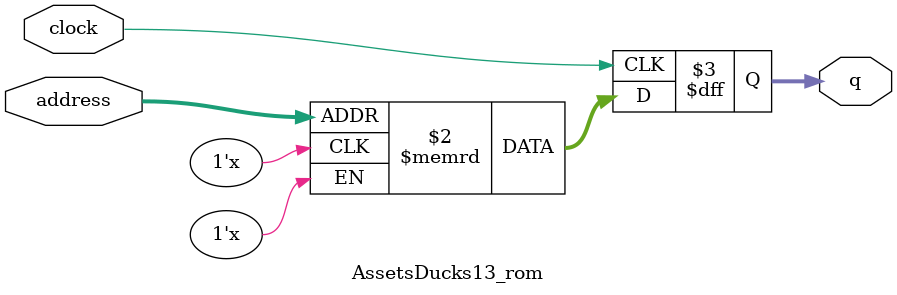
<source format=sv>
module AssetsDucks13_rom (
	input logic clock,
	input logic [11:0] address,
	output logic [3:0] q
);

logic [3:0] memory [0:4095] /* synthesis ram_init_file = "./AssetsDucks13/AssetsDucks13.mif" */;

always_ff @ (posedge clock) begin
	q <= memory[address];
end

endmodule

</source>
